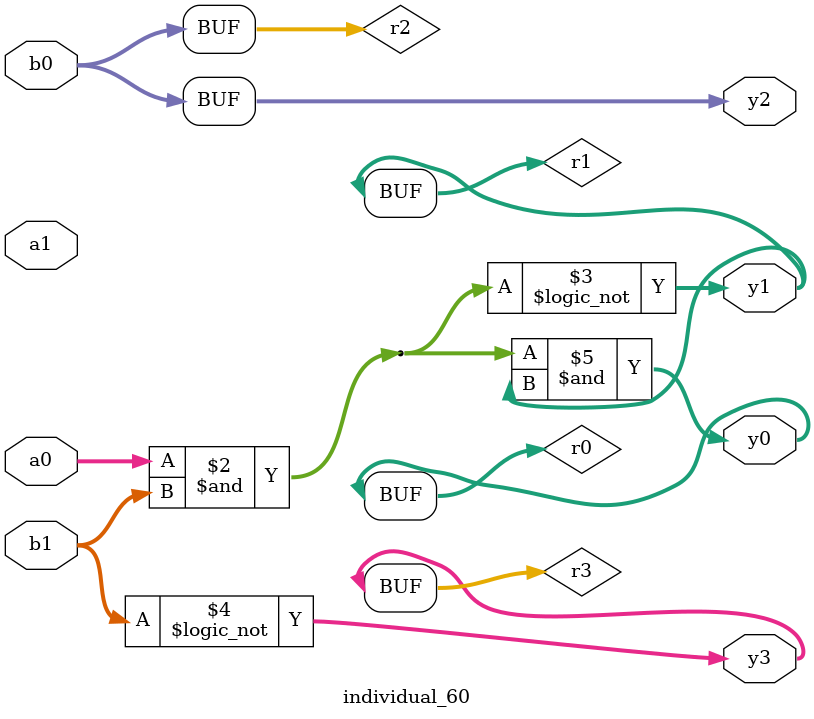
<source format=sv>
module individual_60(input logic [15:0] a1, input logic [15:0] a0, input logic [15:0] b1, input logic [15:0] b0, output logic [15:0] y3, output logic [15:0] y2, output logic [15:0] y1, output logic [15:0] y0);
logic [15:0] r0, r1, r2, r3; 
 always@(*) begin 
	 r0 = a0; r1 = a1; r2 = b0; r3 = b1; 
 	 r0  &=  r3 ;
 	 r1 = ! r0 ;
 	 r3 = ! r3 ;
 	 r0  &=  r1 ;
 	 y3 = r3; y2 = r2; y1 = r1; y0 = r0; 
end
endmodule
</source>
